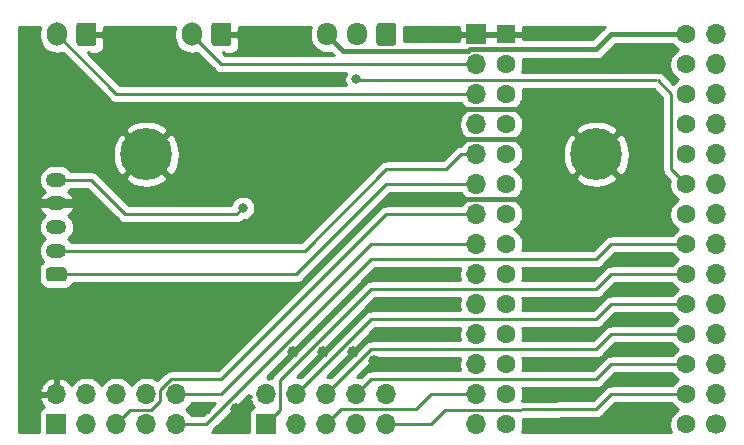
<source format=gbr>
%TF.GenerationSoftware,KiCad,Pcbnew,(5.1.10-1-10_14)*%
%TF.CreationDate,2021-08-23T22:51:27-07:00*%
%TF.ProjectId,town,746f776e-2e6b-4696-9361-645f70636258,rev?*%
%TF.SameCoordinates,Original*%
%TF.FileFunction,Copper,L2,Bot*%
%TF.FilePolarity,Positive*%
%FSLAX46Y46*%
G04 Gerber Fmt 4.6, Leading zero omitted, Abs format (unit mm)*
G04 Created by KiCad (PCBNEW (5.1.10-1-10_14)) date 2021-08-23 22:51:27*
%MOMM*%
%LPD*%
G01*
G04 APERTURE LIST*
%TA.AperFunction,ComponentPad*%
%ADD10C,4.399999*%
%TD*%
%TA.AperFunction,ComponentPad*%
%ADD11R,1.600000X1.600000*%
%TD*%
%TA.AperFunction,ComponentPad*%
%ADD12C,1.600000*%
%TD*%
%TA.AperFunction,ComponentPad*%
%ADD13O,1.700000X1.700000*%
%TD*%
%TA.AperFunction,ComponentPad*%
%ADD14R,1.700000X1.700000*%
%TD*%
%TA.AperFunction,ComponentPad*%
%ADD15O,1.700000X2.000000*%
%TD*%
%TA.AperFunction,ComponentPad*%
%ADD16O,1.700000X1.950000*%
%TD*%
%TA.AperFunction,ComponentPad*%
%ADD17O,1.750000X1.200000*%
%TD*%
%TA.AperFunction,ComponentPad*%
%ADD18C,1.700000*%
%TD*%
%TA.AperFunction,ViaPad*%
%ADD19C,1.000000*%
%TD*%
%TA.AperFunction,ViaPad*%
%ADD20C,0.800000*%
%TD*%
%TA.AperFunction,Conductor*%
%ADD21C,0.400000*%
%TD*%
%TA.AperFunction,Conductor*%
%ADD22C,0.800000*%
%TD*%
%TA.AperFunction,Conductor*%
%ADD23C,0.250000*%
%TD*%
%TA.AperFunction,Conductor*%
%ADD24C,0.254000*%
%TD*%
%TA.AperFunction,Conductor*%
%ADD25C,0.100000*%
%TD*%
G04 APERTURE END LIST*
D10*
%TO.P,M2,1*%
%TO.N,GND*%
X93980000Y-63500000D03*
%TD*%
%TO.P,M1,1*%
%TO.N,GND*%
X55880000Y-63500000D03*
%TD*%
D11*
%TO.P,U1,1*%
%TO.N,GND*%
X86360000Y-53340000D03*
D12*
%TO.P,U1,2*%
%TO.N,/DOOR1*%
X86360000Y-55880000D03*
%TO.P,U1,3*%
%TO.N,/DOOR2*%
X86360000Y-58420000D03*
%TO.P,U1,4*%
%TO.N,/STRIP_LED_EN*%
X86360000Y-60960000D03*
%TO.P,U1,5*%
%TO.N,/CHG*%
X86360000Y-63500000D03*
%TO.P,U1,6*%
%TO.N,/PGOOD*%
X86360000Y-66040000D03*
%TO.P,U1,7*%
%TO.N,/PANEL_LED_DIN*%
X86360000Y-68580000D03*
%TO.P,U1,8*%
%TO.N,/BEEP*%
X86360000Y-71120000D03*
%TO.P,U1,9*%
%TO.N,/LCD_RST*%
X86360000Y-73660000D03*
%TO.P,U1,10*%
%TO.N,/LCD_A0*%
X86360000Y-76200000D03*
%TO.P,U1,11*%
%TO.N,/LCD_CS*%
X86360000Y-78740000D03*
%TO.P,U1,12*%
%TO.N,/SDCARD_CS*%
X86360000Y-81280000D03*
%TO.P,U1,13*%
%TO.N,/MOSI*%
X86360000Y-83820000D03*
%TO.P,U1,33*%
%TO.N,VBUS*%
X101600000Y-53340000D03*
%TO.P,U1,32*%
%TO.N,/AGND*%
X101600000Y-55880000D03*
%TO.P,U1,31*%
%TO.N,/VCC*%
X101600000Y-58420000D03*
%TO.P,U1,30*%
%TO.N,/X_A9*%
X101600000Y-60960000D03*
%TO.P,U1,29*%
%TO.N,/X_A8*%
X101600000Y-63500000D03*
%TO.P,U1,28*%
%TO.N,/STRIP_LED_DIN*%
X101600000Y-66040000D03*
%TO.P,U1,27*%
%TO.N,/BATTMON*%
X101600000Y-68580000D03*
%TO.P,U1,26*%
%TO.N,/BTN_ENC*%
X101600000Y-71120000D03*
%TO.P,U1,25*%
%TO.N,/SW_KILL*%
X101600000Y-73660000D03*
%TO.P,U1,24*%
%TO.N,/SDCARD_CD*%
X101600000Y-76200000D03*
%TO.P,U1,23*%
%TO.N,/BTN_EN2*%
X101600000Y-78740000D03*
%TO.P,U1,22*%
%TO.N,/BTN_EN1*%
X101600000Y-81280000D03*
%TO.P,U1,21*%
%TO.N,/SCK*%
X101600000Y-83820000D03*
%TO.P,U1,14*%
%TO.N,/MISO*%
X86360000Y-86360000D03*
%TO.P,U1,20*%
%TO.N,/X_D13*%
X101600000Y-86360000D03*
%TD*%
D13*
%TO.P,EXP2,10*%
%TO.N,/MISO*%
X76200000Y-83820000D03*
%TO.P,EXP2,9*%
%TO.N,/SCK*%
X76200000Y-86360000D03*
%TO.P,EXP2,8*%
%TO.N,/BTN_EN1*%
X73660000Y-83820000D03*
%TO.P,EXP2,7*%
%TO.N,/SDCARD_CS*%
X73660000Y-86360000D03*
%TO.P,EXP2,6*%
%TO.N,/BTN_EN2*%
X71120000Y-83820000D03*
%TO.P,EXP2,5*%
%TO.N,/MOSI*%
X71120000Y-86360000D03*
%TO.P,EXP2,4*%
%TO.N,/SDCARD_CD*%
X68580000Y-83820000D03*
%TO.P,EXP2,3*%
%TO.N,/SW_RST*%
X68580000Y-86360000D03*
%TO.P,EXP2,2*%
%TO.N,GND*%
X66040000Y-83820000D03*
D14*
%TO.P,EXP2,1*%
%TO.N,/SW_KILL*%
X66040000Y-86360000D03*
%TD*%
D13*
%TO.P,EXP1,10*%
%TO.N,/BEEP*%
X58420000Y-83820000D03*
%TO.P,EXP1,9*%
%TO.N,/BTN_ENC*%
X58420000Y-86360000D03*
%TO.P,EXP1,8*%
%TO.N,/LCD_CS*%
X55880000Y-83820000D03*
%TO.P,EXP1,7*%
%TO.N,/LCD_A0*%
X55880000Y-86360000D03*
%TO.P,EXP1,6*%
%TO.N,/LCD_RST*%
X53340000Y-83820000D03*
%TO.P,EXP1,5*%
%TO.N,/PANEL_LED_DIN*%
X53340000Y-86360000D03*
%TO.P,EXP1,4*%
%TO.N,Net-(EXP1-Pad4)*%
X50800000Y-83820000D03*
%TO.P,EXP1,3*%
%TO.N,Net-(EXP1-Pad3)*%
X50800000Y-86360000D03*
%TO.P,EXP1,2*%
%TO.N,GND*%
X48260000Y-83820000D03*
D14*
%TO.P,EXP1,1*%
%TO.N,VBUS*%
X48260000Y-86360000D03*
%TD*%
D15*
%TO.P,J4,2*%
%TO.N,/DOOR2*%
X48300000Y-53340000D03*
%TO.P,J4,1*%
%TO.N,GND*%
%TA.AperFunction,ComponentPad*%
G36*
G01*
X51650000Y-52590000D02*
X51650000Y-54090000D01*
G75*
G02*
X51400000Y-54340000I-250000J0D01*
G01*
X50200000Y-54340000D01*
G75*
G02*
X49950000Y-54090000I0J250000D01*
G01*
X49950000Y-52590000D01*
G75*
G02*
X50200000Y-52340000I250000J0D01*
G01*
X51400000Y-52340000D01*
G75*
G02*
X51650000Y-52590000I0J-250000D01*
G01*
G37*
%TD.AperFunction*%
%TD*%
%TO.P,J3,2*%
%TO.N,/DOOR1*%
X59730000Y-53340000D03*
%TO.P,J3,1*%
%TO.N,GND*%
%TA.AperFunction,ComponentPad*%
G36*
G01*
X63080000Y-52590000D02*
X63080000Y-54090000D01*
G75*
G02*
X62830000Y-54340000I-250000J0D01*
G01*
X61630000Y-54340000D01*
G75*
G02*
X61380000Y-54090000I0J250000D01*
G01*
X61380000Y-52590000D01*
G75*
G02*
X61630000Y-52340000I250000J0D01*
G01*
X62830000Y-52340000D01*
G75*
G02*
X63080000Y-52590000I0J-250000D01*
G01*
G37*
%TD.AperFunction*%
%TD*%
D16*
%TO.P,J2,3*%
%TO.N,VBUS*%
X71200000Y-53340000D03*
%TO.P,J2,2*%
%TO.N,/STRIP_LED_DIN*%
X73700000Y-53340000D03*
%TO.P,J2,1*%
%TO.N,/STRIP_LED_GND*%
%TA.AperFunction,ComponentPad*%
G36*
G01*
X77050000Y-52615000D02*
X77050000Y-54065000D01*
G75*
G02*
X76800000Y-54315000I-250000J0D01*
G01*
X75600000Y-54315000D01*
G75*
G02*
X75350000Y-54065000I0J250000D01*
G01*
X75350000Y-52615000D01*
G75*
G02*
X75600000Y-52365000I250000J0D01*
G01*
X76800000Y-52365000D01*
G75*
G02*
X77050000Y-52615000I0J-250000D01*
G01*
G37*
%TD.AperFunction*%
%TD*%
D17*
%TO.P,J1,5*%
%TO.N,/VLIPO*%
X48260000Y-65660000D03*
%TO.P,J1,4*%
%TO.N,GND*%
X48260000Y-67660000D03*
%TO.P,J1,3*%
%TO.N,VBUS*%
X48260000Y-69660000D03*
%TO.P,J1,2*%
%TO.N,/CHG*%
X48260000Y-71660000D03*
%TO.P,J1,1*%
%TO.N,/PGOOD*%
%TA.AperFunction,ComponentPad*%
G36*
G01*
X48885001Y-74260000D02*
X47634999Y-74260000D01*
G75*
G02*
X47385000Y-74010001I0J249999D01*
G01*
X47385000Y-73309999D01*
G75*
G02*
X47634999Y-73060000I249999J0D01*
G01*
X48885001Y-73060000D01*
G75*
G02*
X49135000Y-73309999I0J-249999D01*
G01*
X49135000Y-74010001D01*
G75*
G02*
X48885001Y-74260000I-249999J0D01*
G01*
G37*
%TD.AperFunction*%
%TD*%
D13*
%TO.P,H2,14*%
%TO.N,VBUS*%
X104140000Y-53340000D03*
%TO.P,H2,13*%
%TO.N,/AGND*%
X104140000Y-55880000D03*
%TO.P,H2,12*%
%TO.N,/VCC*%
X104140000Y-58420000D03*
%TO.P,H2,11*%
%TO.N,/X_A9*%
X104140000Y-60960000D03*
%TO.P,H2,10*%
%TO.N,/X_A8*%
X104140000Y-63500000D03*
%TO.P,H2,9*%
%TO.N,/STRIP_LED_DIN*%
X104140000Y-66040000D03*
%TO.P,H2,8*%
%TO.N,/BATTMON*%
X104140000Y-68580000D03*
%TO.P,H2,7*%
%TO.N,/BTN_ENC*%
X104140000Y-71120000D03*
%TO.P,H2,6*%
%TO.N,/SW_KILL*%
X104140000Y-73660000D03*
%TO.P,H2,5*%
%TO.N,/SDCARD_CD*%
X104140000Y-76200000D03*
%TO.P,H2,4*%
%TO.N,/BTN_EN2*%
X104140000Y-78740000D03*
%TO.P,H2,3*%
%TO.N,/BTN_EN1*%
X104140000Y-81280000D03*
%TO.P,H2,2*%
%TO.N,/SCK*%
X104140000Y-83820000D03*
D18*
%TO.P,H2,1*%
%TO.N,/X_D13*%
X104140000Y-86360000D03*
%TD*%
D13*
%TO.P,H1,14*%
%TO.N,/MISO*%
X83820000Y-86360000D03*
%TO.P,H1,13*%
%TO.N,/MOSI*%
X83820000Y-83820000D03*
%TO.P,H1,12*%
%TO.N,/SDCARD_CS*%
X83820000Y-81280000D03*
%TO.P,H1,11*%
%TO.N,/LCD_CS*%
X83820000Y-78740000D03*
%TO.P,H1,10*%
%TO.N,/LCD_A0*%
X83820000Y-76200000D03*
%TO.P,H1,9*%
%TO.N,/LCD_RST*%
X83820000Y-73660000D03*
%TO.P,H1,8*%
%TO.N,/BEEP*%
X83820000Y-71120000D03*
%TO.P,H1,7*%
%TO.N,/PANEL_LED_DIN*%
X83820000Y-68580000D03*
%TO.P,H1,6*%
%TO.N,/PGOOD*%
X83820000Y-66040000D03*
%TO.P,H1,5*%
%TO.N,/CHG*%
X83820000Y-63500000D03*
%TO.P,H1,4*%
%TO.N,/STRIP_LED_EN*%
X83820000Y-60960000D03*
%TO.P,H1,3*%
%TO.N,/DOOR2*%
X83820000Y-58420000D03*
%TO.P,H1,2*%
%TO.N,/DOOR1*%
X83820000Y-55880000D03*
D14*
%TO.P,H1,1*%
%TO.N,GND*%
X83820000Y-53340000D03*
%TD*%
D19*
%TO.N,GND*%
X69850000Y-66040000D03*
X81280000Y-62230000D03*
X69850000Y-61595000D03*
X81280000Y-59690000D03*
X81280000Y-67310000D03*
X97790000Y-55880000D03*
X91440000Y-71120000D03*
X97790000Y-69850000D03*
X97790000Y-72390000D03*
X91440000Y-73660000D03*
X91440000Y-76200000D03*
X97790000Y-74930000D03*
X97790000Y-77470000D03*
X91440000Y-78740000D03*
X91440000Y-81280000D03*
X97790000Y-80010000D03*
X91440000Y-83820000D03*
X97790000Y-82550000D03*
X97790000Y-85090000D03*
X91440000Y-86360000D03*
X62230000Y-80010000D03*
X60960000Y-81280000D03*
X50800000Y-80010000D03*
X57150000Y-74930000D03*
X66040000Y-53340000D03*
X54610000Y-53340000D03*
X80010000Y-53340000D03*
X91440000Y-53340000D03*
X69850000Y-57150000D03*
X97790000Y-58420000D03*
X91440000Y-58420000D03*
X45720000Y-86360000D03*
X45720000Y-53340000D03*
X75184000Y-81026000D03*
X70866000Y-80264000D03*
X68326000Y-80264000D03*
X63500000Y-85090000D03*
X60960000Y-85090000D03*
X63500000Y-66040000D03*
X73406000Y-80264000D03*
X91440000Y-55880000D03*
X89535000Y-62230000D03*
X89535000Y-67310000D03*
X89535000Y-59690000D03*
X69850000Y-62865000D03*
D20*
%TO.N,/STRIP_LED_DIN*%
X73660000Y-57150000D03*
%TO.N,/VLIPO*%
X64055000Y-68025000D03*
%TD*%
D21*
%TO.N,GND*%
X81280000Y-62230000D02*
X89535000Y-62230000D01*
X81280000Y-59690000D02*
X89535000Y-59690000D01*
X81280000Y-67310000D02*
X89535000Y-67310000D01*
D22*
X48260000Y-67660000D02*
X50165000Y-67660000D01*
X48260000Y-67660000D02*
X46355000Y-67660000D01*
D23*
%TO.N,/BEEP*%
X62230000Y-83820000D02*
X58420000Y-83820000D01*
X74930000Y-71120000D02*
X62230000Y-83820000D01*
X83820000Y-71120000D02*
X74930000Y-71120000D01*
%TO.N,/BTN_ENC*%
X101600000Y-71120000D02*
X95250000Y-71120000D01*
X95250000Y-71120000D02*
X93980000Y-72390000D01*
X60960000Y-86360000D02*
X58420000Y-86360000D01*
X74930000Y-72390000D02*
X60960000Y-86360000D01*
X93980000Y-72390000D02*
X74930000Y-72390000D01*
%TO.N,/PANEL_LED_DIN*%
X54515001Y-85184999D02*
X53340000Y-86360000D01*
X57055001Y-84384001D02*
X56254003Y-85184999D01*
X57950998Y-82550000D02*
X57055001Y-83445997D01*
X57055001Y-83445997D02*
X57055001Y-84384001D01*
X62230000Y-82550000D02*
X57950998Y-82550000D01*
X76200000Y-68580000D02*
X62230000Y-82550000D01*
X56254003Y-85184999D02*
X54515001Y-85184999D01*
X83820000Y-68580000D02*
X76200000Y-68580000D01*
%TO.N,/SCK*%
X80010000Y-86360000D02*
X76200000Y-86360000D01*
X80010000Y-86360000D02*
X78740000Y-86360000D01*
X81185001Y-85184999D02*
X80010000Y-86360000D01*
X93980000Y-85090000D02*
X81185001Y-85184999D01*
X95250000Y-83820000D02*
X93980000Y-85090000D01*
X101600000Y-83820000D02*
X95250000Y-83820000D01*
%TO.N,/BTN_EN1*%
X95250000Y-81280000D02*
X101600000Y-81280000D01*
X93980000Y-82550000D02*
X95250000Y-81280000D01*
X74930000Y-82550000D02*
X93980000Y-82550000D01*
X73660000Y-83820000D02*
X74930000Y-82550000D01*
%TO.N,/BTN_EN2*%
X95250000Y-78740000D02*
X101600000Y-78740000D01*
X93980000Y-80010000D02*
X95250000Y-78740000D01*
X74930000Y-80010000D02*
X93980000Y-80010000D01*
X71120000Y-83820000D02*
X74930000Y-80010000D01*
%TO.N,/MOSI*%
X72390000Y-85090000D02*
X71120000Y-86360000D01*
X78740000Y-85090000D02*
X72390000Y-85090000D01*
X80010000Y-83820000D02*
X78740000Y-85090000D01*
X83820000Y-83820000D02*
X80010000Y-83820000D01*
%TO.N,/SDCARD_CD*%
X101600000Y-76200000D02*
X95250000Y-76200000D01*
X95250000Y-76200000D02*
X93980000Y-77470000D01*
X74930000Y-77470000D02*
X68580000Y-83820000D01*
X93980000Y-77470000D02*
X74930000Y-77470000D01*
%TO.N,/SW_KILL*%
X101600000Y-73660000D02*
X95250000Y-73660000D01*
X95250000Y-73660000D02*
X93980000Y-74930000D01*
X67215001Y-85184999D02*
X66040000Y-86360000D01*
X67215001Y-82644999D02*
X67215001Y-85184999D01*
X74930000Y-74930000D02*
X67215001Y-82644999D01*
X93980000Y-74930000D02*
X74930000Y-74930000D01*
%TO.N,/STRIP_LED_DIN*%
X100330000Y-64770000D02*
X101600000Y-66040000D01*
X100330000Y-58420000D02*
X100330000Y-64770000D01*
X99154999Y-57244999D02*
X100330000Y-58420000D01*
X73754999Y-57244999D02*
X99060000Y-57244999D01*
X73660000Y-57150000D02*
X73754999Y-57244999D01*
%TO.N,/DOOR2*%
X48260000Y-53340000D02*
X48260000Y-53380000D01*
X48300000Y-53340000D02*
X48300000Y-53380000D01*
X53340000Y-58420000D02*
X48300000Y-53340000D01*
X83820000Y-58420000D02*
X53340000Y-58420000D01*
%TO.N,/DOOR1*%
X62230000Y-55880000D02*
X59690000Y-53340000D01*
X83820000Y-55880000D02*
X62230000Y-55880000D01*
%TO.N,/CHG*%
X83820000Y-63500000D02*
X82550000Y-63500000D01*
X82550000Y-63500000D02*
X81280000Y-64770000D01*
X81280000Y-64770000D02*
X76200000Y-64770000D01*
X69310000Y-71660000D02*
X48260000Y-71660000D01*
X76200000Y-64770000D02*
X69310000Y-71660000D01*
%TO.N,/PGOOD*%
X76200000Y-66040000D02*
X83820000Y-66040000D01*
X68580000Y-73660000D02*
X76200000Y-66040000D01*
X48260000Y-73660000D02*
X68580000Y-73660000D01*
%TO.N,/VLIPO*%
X63500000Y-68580000D02*
X64055000Y-68025000D01*
X51180000Y-65660000D02*
X54100000Y-68580000D01*
X48260000Y-65660000D02*
X51180000Y-65660000D01*
X54100000Y-68580000D02*
X63500000Y-68580000D01*
D21*
%TO.N,VBUS*%
X95250000Y-53340000D02*
X101600000Y-53340000D01*
X93980000Y-54610000D02*
X95250000Y-53340000D01*
X72495010Y-54715010D02*
X83134988Y-54715010D01*
X71200000Y-53420000D02*
X72495010Y-54715010D01*
X83239998Y-54610000D02*
X93980000Y-54610000D01*
X83134988Y-54715010D02*
X83239998Y-54610000D01*
X71200000Y-53340000D02*
X71200000Y-53420000D01*
%TD*%
D24*
%TO.N,GND*%
X64555000Y-83947002D02*
X64719185Y-83947002D01*
X64598519Y-84176891D01*
X64695843Y-84451252D01*
X64844822Y-84701355D01*
X65021626Y-84897502D01*
X64945820Y-84920498D01*
X64835506Y-84979463D01*
X64738815Y-85058815D01*
X64659463Y-85155506D01*
X64600498Y-85265820D01*
X64564188Y-85385518D01*
X64551928Y-85510000D01*
X64551928Y-86970000D01*
X61414707Y-86970000D01*
X61500001Y-86900001D01*
X61523804Y-86870997D01*
X64555000Y-83839801D01*
X64555000Y-83947002D01*
%TA.AperFunction,Conductor*%
D25*
G36*
X64555000Y-83947002D02*
G01*
X64719185Y-83947002D01*
X64598519Y-84176891D01*
X64695843Y-84451252D01*
X64844822Y-84701355D01*
X65021626Y-84897502D01*
X64945820Y-84920498D01*
X64835506Y-84979463D01*
X64738815Y-85058815D01*
X64659463Y-85155506D01*
X64600498Y-85265820D01*
X64564188Y-85385518D01*
X64551928Y-85510000D01*
X64551928Y-86970000D01*
X61414707Y-86970000D01*
X61500001Y-86900001D01*
X61523804Y-86870997D01*
X64555000Y-83839801D01*
X64555000Y-83947002D01*
G37*
%TD.AperFunction*%
D24*
X100485363Y-84734759D02*
X100685241Y-84934637D01*
X100917759Y-85090000D01*
X100685241Y-85245363D01*
X100485363Y-85445241D01*
X100328320Y-85680273D01*
X100220147Y-85941426D01*
X100165000Y-86218665D01*
X100165000Y-86501335D01*
X100220147Y-86778574D01*
X100299438Y-86970000D01*
X87660562Y-86970000D01*
X87739853Y-86778574D01*
X87795000Y-86501335D01*
X87795000Y-86218665D01*
X87739853Y-85941426D01*
X87721240Y-85896490D01*
X93945483Y-85850276D01*
X93980000Y-85853676D01*
X94020145Y-85849722D01*
X94022974Y-85849701D01*
X94057349Y-85846058D01*
X94128985Y-85839002D01*
X94131706Y-85838177D01*
X94134543Y-85837876D01*
X94203348Y-85816445D01*
X94272246Y-85795546D01*
X94274760Y-85794202D01*
X94277477Y-85793356D01*
X94340717Y-85758947D01*
X94404276Y-85724974D01*
X94406478Y-85723167D01*
X94408979Y-85721806D01*
X94464313Y-85675702D01*
X94491002Y-85653799D01*
X94493002Y-85651799D01*
X94523995Y-85625976D01*
X94545798Y-85599003D01*
X95564802Y-84580000D01*
X100381957Y-84580000D01*
X100485363Y-84734759D01*
%TA.AperFunction,Conductor*%
D25*
G36*
X100485363Y-84734759D02*
G01*
X100685241Y-84934637D01*
X100917759Y-85090000D01*
X100685241Y-85245363D01*
X100485363Y-85445241D01*
X100328320Y-85680273D01*
X100220147Y-85941426D01*
X100165000Y-86218665D01*
X100165000Y-86501335D01*
X100220147Y-86778574D01*
X100299438Y-86970000D01*
X87660562Y-86970000D01*
X87739853Y-86778574D01*
X87795000Y-86501335D01*
X87795000Y-86218665D01*
X87739853Y-85941426D01*
X87721240Y-85896490D01*
X93945483Y-85850276D01*
X93980000Y-85853676D01*
X94020145Y-85849722D01*
X94022974Y-85849701D01*
X94057349Y-85846058D01*
X94128985Y-85839002D01*
X94131706Y-85838177D01*
X94134543Y-85837876D01*
X94203348Y-85816445D01*
X94272246Y-85795546D01*
X94274760Y-85794202D01*
X94277477Y-85793356D01*
X94340717Y-85758947D01*
X94404276Y-85724974D01*
X94406478Y-85723167D01*
X94408979Y-85721806D01*
X94464313Y-85675702D01*
X94491002Y-85653799D01*
X94493002Y-85651799D01*
X94523995Y-85625976D01*
X94545798Y-85599003D01*
X95564802Y-84580000D01*
X100381957Y-84580000D01*
X100485363Y-84734759D01*
G37*
%TD.AperFunction*%
D24*
X46836487Y-52898889D02*
X46815000Y-53117050D01*
X46815000Y-53562949D01*
X46836487Y-53781110D01*
X46921401Y-54061033D01*
X47059294Y-54319013D01*
X47244866Y-54545134D01*
X47470986Y-54730706D01*
X47728966Y-54868599D01*
X48008889Y-54953513D01*
X48300000Y-54982185D01*
X48591110Y-54953513D01*
X48774913Y-54897757D01*
X52775244Y-58929838D01*
X52799999Y-58960001D01*
X52856704Y-59006537D01*
X52913217Y-59053292D01*
X52914553Y-59054013D01*
X52915724Y-59054974D01*
X52980448Y-59089570D01*
X53044967Y-59124385D01*
X53046414Y-59124830D01*
X53047753Y-59125546D01*
X53118050Y-59146870D01*
X53188055Y-59168408D01*
X53189562Y-59168562D01*
X53191014Y-59169003D01*
X53264050Y-59176196D01*
X53336981Y-59183671D01*
X53375826Y-59180000D01*
X82541822Y-59180000D01*
X82666525Y-59366632D01*
X82873368Y-59573475D01*
X83047760Y-59690000D01*
X82873368Y-59806525D01*
X82666525Y-60013368D01*
X82504010Y-60256589D01*
X82392068Y-60526842D01*
X82335000Y-60813740D01*
X82335000Y-61106260D01*
X82392068Y-61393158D01*
X82504010Y-61663411D01*
X82666525Y-61906632D01*
X82873368Y-62113475D01*
X83047760Y-62230000D01*
X82873368Y-62346525D01*
X82666525Y-62553368D01*
X82543875Y-62736927D01*
X82512676Y-62740000D01*
X82512667Y-62740000D01*
X82401014Y-62750997D01*
X82257753Y-62794454D01*
X82125724Y-62865026D01*
X82009999Y-62959999D01*
X81986201Y-62988997D01*
X80965199Y-64010000D01*
X76237322Y-64010000D01*
X76199999Y-64006324D01*
X76162676Y-64010000D01*
X76162667Y-64010000D01*
X76051014Y-64020997D01*
X75907753Y-64064454D01*
X75775724Y-64135026D01*
X75775722Y-64135027D01*
X75775723Y-64135027D01*
X75688996Y-64206201D01*
X75688992Y-64206205D01*
X75659999Y-64229999D01*
X75636205Y-64258992D01*
X68995199Y-70900000D01*
X49508933Y-70900000D01*
X49412502Y-70782498D01*
X49263238Y-70660000D01*
X49412502Y-70537502D01*
X49566833Y-70349449D01*
X49681511Y-70134901D01*
X49752130Y-69902102D01*
X49775975Y-69660000D01*
X49752130Y-69417898D01*
X49681511Y-69185099D01*
X49566833Y-68970551D01*
X49412502Y-68782498D01*
X49262652Y-68659519D01*
X49326725Y-68616307D01*
X49498078Y-68443474D01*
X49632421Y-68240533D01*
X49724591Y-68015282D01*
X49728462Y-67977609D01*
X49603731Y-67787000D01*
X48387000Y-67787000D01*
X48387000Y-67807000D01*
X48133000Y-67807000D01*
X48133000Y-67787000D01*
X46916269Y-67787000D01*
X46791538Y-67977609D01*
X46795409Y-68015282D01*
X46887579Y-68240533D01*
X47021922Y-68443474D01*
X47193275Y-68616307D01*
X47257348Y-68659519D01*
X47107498Y-68782498D01*
X46953167Y-68970551D01*
X46838489Y-69185099D01*
X46767870Y-69417898D01*
X46744025Y-69660000D01*
X46767870Y-69902102D01*
X46838489Y-70134901D01*
X46953167Y-70349449D01*
X47107498Y-70537502D01*
X47256762Y-70660000D01*
X47107498Y-70782498D01*
X46953167Y-70970551D01*
X46838489Y-71185099D01*
X46767870Y-71417898D01*
X46744025Y-71660000D01*
X46767870Y-71902102D01*
X46838489Y-72134901D01*
X46953167Y-72349449D01*
X47107498Y-72537502D01*
X47146111Y-72569191D01*
X47141613Y-72571595D01*
X47007038Y-72682038D01*
X46896595Y-72816613D01*
X46814528Y-72970149D01*
X46763992Y-73136745D01*
X46746928Y-73309999D01*
X46746928Y-74010001D01*
X46763992Y-74183255D01*
X46814528Y-74349851D01*
X46896595Y-74503387D01*
X47007038Y-74637962D01*
X47141613Y-74748405D01*
X47295149Y-74830472D01*
X47461745Y-74881008D01*
X47634999Y-74898072D01*
X48885001Y-74898072D01*
X49058255Y-74881008D01*
X49224851Y-74830472D01*
X49378387Y-74748405D01*
X49512962Y-74637962D01*
X49623405Y-74503387D01*
X49667976Y-74420000D01*
X68542678Y-74420000D01*
X68580000Y-74423676D01*
X68617322Y-74420000D01*
X68617333Y-74420000D01*
X68728986Y-74409003D01*
X68872247Y-74365546D01*
X69004276Y-74294974D01*
X69120001Y-74200001D01*
X69143804Y-74170997D01*
X76514802Y-66800000D01*
X82541822Y-66800000D01*
X82666525Y-66986632D01*
X82873368Y-67193475D01*
X83047760Y-67310000D01*
X82873368Y-67426525D01*
X82666525Y-67633368D01*
X82541822Y-67820000D01*
X76237322Y-67820000D01*
X76199999Y-67816324D01*
X76162676Y-67820000D01*
X76162667Y-67820000D01*
X76051014Y-67830997D01*
X75907753Y-67874454D01*
X75775724Y-67945026D01*
X75775722Y-67945027D01*
X75775723Y-67945027D01*
X75688996Y-68016201D01*
X75688992Y-68016205D01*
X75659999Y-68039999D01*
X75636205Y-68068992D01*
X61915199Y-81790000D01*
X57988320Y-81790000D01*
X57950997Y-81786324D01*
X57913674Y-81790000D01*
X57913665Y-81790000D01*
X57802012Y-81800997D01*
X57658751Y-81844454D01*
X57526721Y-81915026D01*
X57443395Y-81983411D01*
X57410997Y-82009999D01*
X57387199Y-82038997D01*
X56786492Y-82639704D01*
X56583411Y-82504010D01*
X56313158Y-82392068D01*
X56026260Y-82335000D01*
X55733740Y-82335000D01*
X55446842Y-82392068D01*
X55176589Y-82504010D01*
X54933368Y-82666525D01*
X54726525Y-82873368D01*
X54610000Y-83047760D01*
X54493475Y-82873368D01*
X54286632Y-82666525D01*
X54043411Y-82504010D01*
X53773158Y-82392068D01*
X53486260Y-82335000D01*
X53193740Y-82335000D01*
X52906842Y-82392068D01*
X52636589Y-82504010D01*
X52393368Y-82666525D01*
X52186525Y-82873368D01*
X52070000Y-83047760D01*
X51953475Y-82873368D01*
X51746632Y-82666525D01*
X51503411Y-82504010D01*
X51233158Y-82392068D01*
X50946260Y-82335000D01*
X50653740Y-82335000D01*
X50366842Y-82392068D01*
X50096589Y-82504010D01*
X49853368Y-82666525D01*
X49646525Y-82873368D01*
X49524805Y-83055534D01*
X49455178Y-82938645D01*
X49260269Y-82722412D01*
X49026920Y-82548359D01*
X48764099Y-82423175D01*
X48616890Y-82378524D01*
X48387000Y-82499845D01*
X48387000Y-83693000D01*
X48407000Y-83693000D01*
X48407000Y-83947000D01*
X48387000Y-83947000D01*
X48387000Y-83967000D01*
X48133000Y-83967000D01*
X48133000Y-83947000D01*
X46939186Y-83947000D01*
X46818519Y-84176891D01*
X46915843Y-84451252D01*
X47064822Y-84701355D01*
X47241626Y-84897502D01*
X47165820Y-84920498D01*
X47055506Y-84979463D01*
X46958815Y-85058815D01*
X46879463Y-85155506D01*
X46820498Y-85265820D01*
X46784188Y-85385518D01*
X46771928Y-85510000D01*
X46771928Y-86970000D01*
X45110000Y-86970000D01*
X45110000Y-83463109D01*
X46818519Y-83463109D01*
X46939186Y-83693000D01*
X48133000Y-83693000D01*
X48133000Y-82499845D01*
X47903110Y-82378524D01*
X47755901Y-82423175D01*
X47493080Y-82548359D01*
X47259731Y-82722412D01*
X47064822Y-82938645D01*
X46915843Y-83188748D01*
X46818519Y-83463109D01*
X45110000Y-83463109D01*
X45110000Y-65660000D01*
X46744025Y-65660000D01*
X46767870Y-65902102D01*
X46838489Y-66134901D01*
X46953167Y-66349449D01*
X47107498Y-66537502D01*
X47257348Y-66660481D01*
X47193275Y-66703693D01*
X47021922Y-66876526D01*
X46887579Y-67079467D01*
X46795409Y-67304718D01*
X46791538Y-67342391D01*
X46916269Y-67533000D01*
X48133000Y-67533000D01*
X48133000Y-67513000D01*
X48387000Y-67513000D01*
X48387000Y-67533000D01*
X49603731Y-67533000D01*
X49728462Y-67342391D01*
X49724591Y-67304718D01*
X49632421Y-67079467D01*
X49498078Y-66876526D01*
X49326725Y-66703693D01*
X49262652Y-66660481D01*
X49412502Y-66537502D01*
X49508933Y-66420000D01*
X50865199Y-66420000D01*
X53536201Y-69091003D01*
X53559999Y-69120001D01*
X53588997Y-69143799D01*
X53675724Y-69214974D01*
X53807753Y-69285546D01*
X53951014Y-69329003D01*
X54100000Y-69343677D01*
X54137333Y-69340000D01*
X63462678Y-69340000D01*
X63500000Y-69343676D01*
X63537322Y-69340000D01*
X63537333Y-69340000D01*
X63648986Y-69329003D01*
X63792247Y-69285546D01*
X63924276Y-69214974D01*
X64040001Y-69120001D01*
X64063803Y-69090998D01*
X64094801Y-69060000D01*
X64156939Y-69060000D01*
X64356898Y-69020226D01*
X64545256Y-68942205D01*
X64714774Y-68828937D01*
X64858937Y-68684774D01*
X64972205Y-68515256D01*
X65050226Y-68326898D01*
X65090000Y-68126939D01*
X65090000Y-67923061D01*
X65050226Y-67723102D01*
X64972205Y-67534744D01*
X64858937Y-67365226D01*
X64714774Y-67221063D01*
X64545256Y-67107795D01*
X64356898Y-67029774D01*
X64156939Y-66990000D01*
X63953061Y-66990000D01*
X63753102Y-67029774D01*
X63564744Y-67107795D01*
X63395226Y-67221063D01*
X63251063Y-67365226D01*
X63137795Y-67534744D01*
X63059774Y-67723102D01*
X63040500Y-67820000D01*
X54414802Y-67820000D01*
X52084576Y-65489774D01*
X54069831Y-65489774D01*
X54309977Y-65877017D01*
X54803877Y-66137640D01*
X55339132Y-66296899D01*
X55895173Y-66348676D01*
X56450630Y-66290979D01*
X56984159Y-66126027D01*
X57450023Y-65877017D01*
X57690169Y-65489774D01*
X55880000Y-63679605D01*
X54069831Y-65489774D01*
X52084576Y-65489774D01*
X51743804Y-65149003D01*
X51720001Y-65119999D01*
X51604276Y-65025026D01*
X51472247Y-64954454D01*
X51328986Y-64910997D01*
X51217333Y-64900000D01*
X51217322Y-64900000D01*
X51180000Y-64896324D01*
X51142678Y-64900000D01*
X49508933Y-64900000D01*
X49412502Y-64782498D01*
X49224449Y-64628167D01*
X49009901Y-64513489D01*
X48777102Y-64442870D01*
X48595665Y-64425000D01*
X47924335Y-64425000D01*
X47742898Y-64442870D01*
X47510099Y-64513489D01*
X47295551Y-64628167D01*
X47107498Y-64782498D01*
X46953167Y-64970551D01*
X46838489Y-65185099D01*
X46767870Y-65417898D01*
X46744025Y-65660000D01*
X45110000Y-65660000D01*
X45110000Y-63515173D01*
X53031324Y-63515173D01*
X53089021Y-64070630D01*
X53253973Y-64604159D01*
X53502983Y-65070023D01*
X53890226Y-65310169D01*
X55700395Y-63500000D01*
X56059605Y-63500000D01*
X57869774Y-65310169D01*
X58257017Y-65070023D01*
X58517640Y-64576123D01*
X58676899Y-64040868D01*
X58728676Y-63484827D01*
X58670979Y-62929370D01*
X58506027Y-62395841D01*
X58257017Y-61929977D01*
X57869774Y-61689831D01*
X56059605Y-63500000D01*
X55700395Y-63500000D01*
X53890226Y-61689831D01*
X53502983Y-61929977D01*
X53242360Y-62423877D01*
X53083101Y-62959132D01*
X53031324Y-63515173D01*
X45110000Y-63515173D01*
X45110000Y-61510226D01*
X54069831Y-61510226D01*
X55880000Y-63320395D01*
X57690169Y-61510226D01*
X57450023Y-61122983D01*
X56956123Y-60862360D01*
X56420868Y-60703101D01*
X55864827Y-60651324D01*
X55309370Y-60709021D01*
X54775841Y-60873973D01*
X54309977Y-61122983D01*
X54069831Y-61510226D01*
X45110000Y-61510226D01*
X45110000Y-52730000D01*
X46887719Y-52730000D01*
X46836487Y-52898889D01*
%TA.AperFunction,Conductor*%
D25*
G36*
X46836487Y-52898889D02*
G01*
X46815000Y-53117050D01*
X46815000Y-53562949D01*
X46836487Y-53781110D01*
X46921401Y-54061033D01*
X47059294Y-54319013D01*
X47244866Y-54545134D01*
X47470986Y-54730706D01*
X47728966Y-54868599D01*
X48008889Y-54953513D01*
X48300000Y-54982185D01*
X48591110Y-54953513D01*
X48774913Y-54897757D01*
X52775244Y-58929838D01*
X52799999Y-58960001D01*
X52856704Y-59006537D01*
X52913217Y-59053292D01*
X52914553Y-59054013D01*
X52915724Y-59054974D01*
X52980448Y-59089570D01*
X53044967Y-59124385D01*
X53046414Y-59124830D01*
X53047753Y-59125546D01*
X53118050Y-59146870D01*
X53188055Y-59168408D01*
X53189562Y-59168562D01*
X53191014Y-59169003D01*
X53264050Y-59176196D01*
X53336981Y-59183671D01*
X53375826Y-59180000D01*
X82541822Y-59180000D01*
X82666525Y-59366632D01*
X82873368Y-59573475D01*
X83047760Y-59690000D01*
X82873368Y-59806525D01*
X82666525Y-60013368D01*
X82504010Y-60256589D01*
X82392068Y-60526842D01*
X82335000Y-60813740D01*
X82335000Y-61106260D01*
X82392068Y-61393158D01*
X82504010Y-61663411D01*
X82666525Y-61906632D01*
X82873368Y-62113475D01*
X83047760Y-62230000D01*
X82873368Y-62346525D01*
X82666525Y-62553368D01*
X82543875Y-62736927D01*
X82512676Y-62740000D01*
X82512667Y-62740000D01*
X82401014Y-62750997D01*
X82257753Y-62794454D01*
X82125724Y-62865026D01*
X82009999Y-62959999D01*
X81986201Y-62988997D01*
X80965199Y-64010000D01*
X76237322Y-64010000D01*
X76199999Y-64006324D01*
X76162676Y-64010000D01*
X76162667Y-64010000D01*
X76051014Y-64020997D01*
X75907753Y-64064454D01*
X75775724Y-64135026D01*
X75775722Y-64135027D01*
X75775723Y-64135027D01*
X75688996Y-64206201D01*
X75688992Y-64206205D01*
X75659999Y-64229999D01*
X75636205Y-64258992D01*
X68995199Y-70900000D01*
X49508933Y-70900000D01*
X49412502Y-70782498D01*
X49263238Y-70660000D01*
X49412502Y-70537502D01*
X49566833Y-70349449D01*
X49681511Y-70134901D01*
X49752130Y-69902102D01*
X49775975Y-69660000D01*
X49752130Y-69417898D01*
X49681511Y-69185099D01*
X49566833Y-68970551D01*
X49412502Y-68782498D01*
X49262652Y-68659519D01*
X49326725Y-68616307D01*
X49498078Y-68443474D01*
X49632421Y-68240533D01*
X49724591Y-68015282D01*
X49728462Y-67977609D01*
X49603731Y-67787000D01*
X48387000Y-67787000D01*
X48387000Y-67807000D01*
X48133000Y-67807000D01*
X48133000Y-67787000D01*
X46916269Y-67787000D01*
X46791538Y-67977609D01*
X46795409Y-68015282D01*
X46887579Y-68240533D01*
X47021922Y-68443474D01*
X47193275Y-68616307D01*
X47257348Y-68659519D01*
X47107498Y-68782498D01*
X46953167Y-68970551D01*
X46838489Y-69185099D01*
X46767870Y-69417898D01*
X46744025Y-69660000D01*
X46767870Y-69902102D01*
X46838489Y-70134901D01*
X46953167Y-70349449D01*
X47107498Y-70537502D01*
X47256762Y-70660000D01*
X47107498Y-70782498D01*
X46953167Y-70970551D01*
X46838489Y-71185099D01*
X46767870Y-71417898D01*
X46744025Y-71660000D01*
X46767870Y-71902102D01*
X46838489Y-72134901D01*
X46953167Y-72349449D01*
X47107498Y-72537502D01*
X47146111Y-72569191D01*
X47141613Y-72571595D01*
X47007038Y-72682038D01*
X46896595Y-72816613D01*
X46814528Y-72970149D01*
X46763992Y-73136745D01*
X46746928Y-73309999D01*
X46746928Y-74010001D01*
X46763992Y-74183255D01*
X46814528Y-74349851D01*
X46896595Y-74503387D01*
X47007038Y-74637962D01*
X47141613Y-74748405D01*
X47295149Y-74830472D01*
X47461745Y-74881008D01*
X47634999Y-74898072D01*
X48885001Y-74898072D01*
X49058255Y-74881008D01*
X49224851Y-74830472D01*
X49378387Y-74748405D01*
X49512962Y-74637962D01*
X49623405Y-74503387D01*
X49667976Y-74420000D01*
X68542678Y-74420000D01*
X68580000Y-74423676D01*
X68617322Y-74420000D01*
X68617333Y-74420000D01*
X68728986Y-74409003D01*
X68872247Y-74365546D01*
X69004276Y-74294974D01*
X69120001Y-74200001D01*
X69143804Y-74170997D01*
X76514802Y-66800000D01*
X82541822Y-66800000D01*
X82666525Y-66986632D01*
X82873368Y-67193475D01*
X83047760Y-67310000D01*
X82873368Y-67426525D01*
X82666525Y-67633368D01*
X82541822Y-67820000D01*
X76237322Y-67820000D01*
X76199999Y-67816324D01*
X76162676Y-67820000D01*
X76162667Y-67820000D01*
X76051014Y-67830997D01*
X75907753Y-67874454D01*
X75775724Y-67945026D01*
X75775722Y-67945027D01*
X75775723Y-67945027D01*
X75688996Y-68016201D01*
X75688992Y-68016205D01*
X75659999Y-68039999D01*
X75636205Y-68068992D01*
X61915199Y-81790000D01*
X57988320Y-81790000D01*
X57950997Y-81786324D01*
X57913674Y-81790000D01*
X57913665Y-81790000D01*
X57802012Y-81800997D01*
X57658751Y-81844454D01*
X57526721Y-81915026D01*
X57443395Y-81983411D01*
X57410997Y-82009999D01*
X57387199Y-82038997D01*
X56786492Y-82639704D01*
X56583411Y-82504010D01*
X56313158Y-82392068D01*
X56026260Y-82335000D01*
X55733740Y-82335000D01*
X55446842Y-82392068D01*
X55176589Y-82504010D01*
X54933368Y-82666525D01*
X54726525Y-82873368D01*
X54610000Y-83047760D01*
X54493475Y-82873368D01*
X54286632Y-82666525D01*
X54043411Y-82504010D01*
X53773158Y-82392068D01*
X53486260Y-82335000D01*
X53193740Y-82335000D01*
X52906842Y-82392068D01*
X52636589Y-82504010D01*
X52393368Y-82666525D01*
X52186525Y-82873368D01*
X52070000Y-83047760D01*
X51953475Y-82873368D01*
X51746632Y-82666525D01*
X51503411Y-82504010D01*
X51233158Y-82392068D01*
X50946260Y-82335000D01*
X50653740Y-82335000D01*
X50366842Y-82392068D01*
X50096589Y-82504010D01*
X49853368Y-82666525D01*
X49646525Y-82873368D01*
X49524805Y-83055534D01*
X49455178Y-82938645D01*
X49260269Y-82722412D01*
X49026920Y-82548359D01*
X48764099Y-82423175D01*
X48616890Y-82378524D01*
X48387000Y-82499845D01*
X48387000Y-83693000D01*
X48407000Y-83693000D01*
X48407000Y-83947000D01*
X48387000Y-83947000D01*
X48387000Y-83967000D01*
X48133000Y-83967000D01*
X48133000Y-83947000D01*
X46939186Y-83947000D01*
X46818519Y-84176891D01*
X46915843Y-84451252D01*
X47064822Y-84701355D01*
X47241626Y-84897502D01*
X47165820Y-84920498D01*
X47055506Y-84979463D01*
X46958815Y-85058815D01*
X46879463Y-85155506D01*
X46820498Y-85265820D01*
X46784188Y-85385518D01*
X46771928Y-85510000D01*
X46771928Y-86970000D01*
X45110000Y-86970000D01*
X45110000Y-83463109D01*
X46818519Y-83463109D01*
X46939186Y-83693000D01*
X48133000Y-83693000D01*
X48133000Y-82499845D01*
X47903110Y-82378524D01*
X47755901Y-82423175D01*
X47493080Y-82548359D01*
X47259731Y-82722412D01*
X47064822Y-82938645D01*
X46915843Y-83188748D01*
X46818519Y-83463109D01*
X45110000Y-83463109D01*
X45110000Y-65660000D01*
X46744025Y-65660000D01*
X46767870Y-65902102D01*
X46838489Y-66134901D01*
X46953167Y-66349449D01*
X47107498Y-66537502D01*
X47257348Y-66660481D01*
X47193275Y-66703693D01*
X47021922Y-66876526D01*
X46887579Y-67079467D01*
X46795409Y-67304718D01*
X46791538Y-67342391D01*
X46916269Y-67533000D01*
X48133000Y-67533000D01*
X48133000Y-67513000D01*
X48387000Y-67513000D01*
X48387000Y-67533000D01*
X49603731Y-67533000D01*
X49728462Y-67342391D01*
X49724591Y-67304718D01*
X49632421Y-67079467D01*
X49498078Y-66876526D01*
X49326725Y-66703693D01*
X49262652Y-66660481D01*
X49412502Y-66537502D01*
X49508933Y-66420000D01*
X50865199Y-66420000D01*
X53536201Y-69091003D01*
X53559999Y-69120001D01*
X53588997Y-69143799D01*
X53675724Y-69214974D01*
X53807753Y-69285546D01*
X53951014Y-69329003D01*
X54100000Y-69343677D01*
X54137333Y-69340000D01*
X63462678Y-69340000D01*
X63500000Y-69343676D01*
X63537322Y-69340000D01*
X63537333Y-69340000D01*
X63648986Y-69329003D01*
X63792247Y-69285546D01*
X63924276Y-69214974D01*
X64040001Y-69120001D01*
X64063803Y-69090998D01*
X64094801Y-69060000D01*
X64156939Y-69060000D01*
X64356898Y-69020226D01*
X64545256Y-68942205D01*
X64714774Y-68828937D01*
X64858937Y-68684774D01*
X64972205Y-68515256D01*
X65050226Y-68326898D01*
X65090000Y-68126939D01*
X65090000Y-67923061D01*
X65050226Y-67723102D01*
X64972205Y-67534744D01*
X64858937Y-67365226D01*
X64714774Y-67221063D01*
X64545256Y-67107795D01*
X64356898Y-67029774D01*
X64156939Y-66990000D01*
X63953061Y-66990000D01*
X63753102Y-67029774D01*
X63564744Y-67107795D01*
X63395226Y-67221063D01*
X63251063Y-67365226D01*
X63137795Y-67534744D01*
X63059774Y-67723102D01*
X63040500Y-67820000D01*
X54414802Y-67820000D01*
X52084576Y-65489774D01*
X54069831Y-65489774D01*
X54309977Y-65877017D01*
X54803877Y-66137640D01*
X55339132Y-66296899D01*
X55895173Y-66348676D01*
X56450630Y-66290979D01*
X56984159Y-66126027D01*
X57450023Y-65877017D01*
X57690169Y-65489774D01*
X55880000Y-63679605D01*
X54069831Y-65489774D01*
X52084576Y-65489774D01*
X51743804Y-65149003D01*
X51720001Y-65119999D01*
X51604276Y-65025026D01*
X51472247Y-64954454D01*
X51328986Y-64910997D01*
X51217333Y-64900000D01*
X51217322Y-64900000D01*
X51180000Y-64896324D01*
X51142678Y-64900000D01*
X49508933Y-64900000D01*
X49412502Y-64782498D01*
X49224449Y-64628167D01*
X49009901Y-64513489D01*
X48777102Y-64442870D01*
X48595665Y-64425000D01*
X47924335Y-64425000D01*
X47742898Y-64442870D01*
X47510099Y-64513489D01*
X47295551Y-64628167D01*
X47107498Y-64782498D01*
X46953167Y-64970551D01*
X46838489Y-65185099D01*
X46767870Y-65417898D01*
X46744025Y-65660000D01*
X45110000Y-65660000D01*
X45110000Y-63515173D01*
X53031324Y-63515173D01*
X53089021Y-64070630D01*
X53253973Y-64604159D01*
X53502983Y-65070023D01*
X53890226Y-65310169D01*
X55700395Y-63500000D01*
X56059605Y-63500000D01*
X57869774Y-65310169D01*
X58257017Y-65070023D01*
X58517640Y-64576123D01*
X58676899Y-64040868D01*
X58728676Y-63484827D01*
X58670979Y-62929370D01*
X58506027Y-62395841D01*
X58257017Y-61929977D01*
X57869774Y-61689831D01*
X56059605Y-63500000D01*
X55700395Y-63500000D01*
X53890226Y-61689831D01*
X53502983Y-61929977D01*
X53242360Y-62423877D01*
X53083101Y-62959132D01*
X53031324Y-63515173D01*
X45110000Y-63515173D01*
X45110000Y-61510226D01*
X54069831Y-61510226D01*
X55880000Y-63320395D01*
X57690169Y-61510226D01*
X57450023Y-61122983D01*
X56956123Y-60862360D01*
X56420868Y-60703101D01*
X55864827Y-60651324D01*
X55309370Y-60709021D01*
X54775841Y-60873973D01*
X54309977Y-61122983D01*
X54069831Y-61510226D01*
X45110000Y-61510226D01*
X45110000Y-52730000D01*
X46887719Y-52730000D01*
X46836487Y-52898889D01*
G37*
%TD.AperFunction*%
D24*
X60645199Y-85600000D02*
X59698178Y-85600000D01*
X59573475Y-85413368D01*
X59366632Y-85206525D01*
X59192240Y-85090000D01*
X59366632Y-84973475D01*
X59573475Y-84766632D01*
X59698178Y-84580000D01*
X61665199Y-84580000D01*
X60645199Y-85600000D01*
%TA.AperFunction,Conductor*%
D25*
G36*
X60645199Y-85600000D02*
G01*
X59698178Y-85600000D01*
X59573475Y-85413368D01*
X59366632Y-85206525D01*
X59192240Y-85090000D01*
X59366632Y-84973475D01*
X59573475Y-84766632D01*
X59698178Y-84580000D01*
X61665199Y-84580000D01*
X60645199Y-85600000D01*
G37*
%TD.AperFunction*%
D24*
X100485363Y-82194759D02*
X100685241Y-82394637D01*
X100917759Y-82550000D01*
X100685241Y-82705363D01*
X100485363Y-82905241D01*
X100381957Y-83060000D01*
X95287322Y-83060000D01*
X95249999Y-83056324D01*
X95212676Y-83060000D01*
X95212667Y-83060000D01*
X95101014Y-83070997D01*
X94957753Y-83114454D01*
X94825724Y-83185026D01*
X94709999Y-83279999D01*
X94686201Y-83308997D01*
X93662865Y-84332334D01*
X87682625Y-84376736D01*
X87739853Y-84238574D01*
X87795000Y-83961335D01*
X87795000Y-83678665D01*
X87739853Y-83401426D01*
X87701983Y-83310000D01*
X93942678Y-83310000D01*
X93980000Y-83313676D01*
X94017322Y-83310000D01*
X94017333Y-83310000D01*
X94128986Y-83299003D01*
X94272247Y-83255546D01*
X94404276Y-83184974D01*
X94520001Y-83090001D01*
X94543804Y-83060997D01*
X95564802Y-82040000D01*
X100381957Y-82040000D01*
X100485363Y-82194759D01*
%TA.AperFunction,Conductor*%
D25*
G36*
X100485363Y-82194759D02*
G01*
X100685241Y-82394637D01*
X100917759Y-82550000D01*
X100685241Y-82705363D01*
X100485363Y-82905241D01*
X100381957Y-83060000D01*
X95287322Y-83060000D01*
X95249999Y-83056324D01*
X95212676Y-83060000D01*
X95212667Y-83060000D01*
X95101014Y-83070997D01*
X94957753Y-83114454D01*
X94825724Y-83185026D01*
X94709999Y-83279999D01*
X94686201Y-83308997D01*
X93662865Y-84332334D01*
X87682625Y-84376736D01*
X87739853Y-84238574D01*
X87795000Y-83961335D01*
X87795000Y-83678665D01*
X87739853Y-83401426D01*
X87701983Y-83310000D01*
X93942678Y-83310000D01*
X93980000Y-83313676D01*
X94017322Y-83310000D01*
X94017333Y-83310000D01*
X94128986Y-83299003D01*
X94272247Y-83255546D01*
X94404276Y-83184974D01*
X94520001Y-83090001D01*
X94543804Y-83060997D01*
X95564802Y-82040000D01*
X100381957Y-82040000D01*
X100485363Y-82194759D01*
G37*
%TD.AperFunction*%
D24*
X66167000Y-83693000D02*
X66187000Y-83693000D01*
X66187000Y-83947000D01*
X66167000Y-83947000D01*
X66167000Y-83967000D01*
X65913000Y-83967000D01*
X65913000Y-83947000D01*
X65893000Y-83947000D01*
X65893000Y-83693000D01*
X65913000Y-83693000D01*
X65913000Y-83673000D01*
X66167000Y-83673000D01*
X66167000Y-83693000D01*
%TA.AperFunction,Conductor*%
D25*
G36*
X66167000Y-83693000D02*
G01*
X66187000Y-83693000D01*
X66187000Y-83947000D01*
X66167000Y-83947000D01*
X66167000Y-83967000D01*
X65913000Y-83967000D01*
X65913000Y-83947000D01*
X65893000Y-83947000D01*
X65893000Y-83693000D01*
X65913000Y-83693000D01*
X65913000Y-83673000D01*
X66167000Y-83673000D01*
X66167000Y-83693000D01*
G37*
%TD.AperFunction*%
D24*
X82392068Y-73226842D02*
X82335000Y-73513740D01*
X82335000Y-73806260D01*
X82392068Y-74093158D01*
X82423897Y-74170000D01*
X74967322Y-74170000D01*
X74929999Y-74166324D01*
X74892676Y-74170000D01*
X74892667Y-74170000D01*
X74781014Y-74180997D01*
X74637753Y-74224454D01*
X74505724Y-74295026D01*
X74389999Y-74389999D01*
X74366201Y-74418997D01*
X66704004Y-82081195D01*
X66675000Y-82104998D01*
X66619872Y-82172173D01*
X66580027Y-82220723D01*
X66518944Y-82335000D01*
X66509455Y-82352753D01*
X66492812Y-82407619D01*
X66396890Y-82378524D01*
X66167002Y-82499844D01*
X66167002Y-82335000D01*
X66059801Y-82335000D01*
X75244803Y-73150000D01*
X82423897Y-73150000D01*
X82392068Y-73226842D01*
%TA.AperFunction,Conductor*%
D25*
G36*
X82392068Y-73226842D02*
G01*
X82335000Y-73513740D01*
X82335000Y-73806260D01*
X82392068Y-74093158D01*
X82423897Y-74170000D01*
X74967322Y-74170000D01*
X74929999Y-74166324D01*
X74892676Y-74170000D01*
X74892667Y-74170000D01*
X74781014Y-74180997D01*
X74637753Y-74224454D01*
X74505724Y-74295026D01*
X74389999Y-74389999D01*
X74366201Y-74418997D01*
X66704004Y-82081195D01*
X66675000Y-82104998D01*
X66619872Y-82172173D01*
X66580027Y-82220723D01*
X66518944Y-82335000D01*
X66509455Y-82352753D01*
X66492812Y-82407619D01*
X66396890Y-82378524D01*
X66167002Y-82499844D01*
X66167002Y-82335000D01*
X66059801Y-82335000D01*
X75244803Y-73150000D01*
X82423897Y-73150000D01*
X82392068Y-73226842D01*
G37*
%TD.AperFunction*%
D24*
X82392068Y-75766842D02*
X82335000Y-76053740D01*
X82335000Y-76346260D01*
X82392068Y-76633158D01*
X82423897Y-76710000D01*
X74967322Y-76710000D01*
X74929999Y-76706324D01*
X74892676Y-76710000D01*
X74892667Y-76710000D01*
X74781014Y-76720997D01*
X74637753Y-76764454D01*
X74505723Y-76835026D01*
X74422397Y-76903411D01*
X74389999Y-76929999D01*
X74366201Y-76958997D01*
X68946408Y-82378791D01*
X68726260Y-82335000D01*
X68599801Y-82335000D01*
X75244802Y-75690000D01*
X82423897Y-75690000D01*
X82392068Y-75766842D01*
%TA.AperFunction,Conductor*%
D25*
G36*
X82392068Y-75766842D02*
G01*
X82335000Y-76053740D01*
X82335000Y-76346260D01*
X82392068Y-76633158D01*
X82423897Y-76710000D01*
X74967322Y-76710000D01*
X74929999Y-76706324D01*
X74892676Y-76710000D01*
X74892667Y-76710000D01*
X74781014Y-76720997D01*
X74637753Y-76764454D01*
X74505723Y-76835026D01*
X74422397Y-76903411D01*
X74389999Y-76929999D01*
X74366201Y-76958997D01*
X68946408Y-82378791D01*
X68726260Y-82335000D01*
X68599801Y-82335000D01*
X75244802Y-75690000D01*
X82423897Y-75690000D01*
X82392068Y-75766842D01*
G37*
%TD.AperFunction*%
D24*
X82392068Y-78306842D02*
X82335000Y-78593740D01*
X82335000Y-78886260D01*
X82392068Y-79173158D01*
X82423897Y-79250000D01*
X74967325Y-79250000D01*
X74930000Y-79246324D01*
X74892675Y-79250000D01*
X74892667Y-79250000D01*
X74781014Y-79260997D01*
X74637753Y-79304454D01*
X74505724Y-79375026D01*
X74389999Y-79469999D01*
X74366201Y-79498997D01*
X71486408Y-82378791D01*
X71266260Y-82335000D01*
X71139801Y-82335000D01*
X75244802Y-78230000D01*
X82423897Y-78230000D01*
X82392068Y-78306842D01*
%TA.AperFunction,Conductor*%
D25*
G36*
X82392068Y-78306842D02*
G01*
X82335000Y-78593740D01*
X82335000Y-78886260D01*
X82392068Y-79173158D01*
X82423897Y-79250000D01*
X74967325Y-79250000D01*
X74930000Y-79246324D01*
X74892675Y-79250000D01*
X74892667Y-79250000D01*
X74781014Y-79260997D01*
X74637753Y-79304454D01*
X74505724Y-79375026D01*
X74389999Y-79469999D01*
X74366201Y-79498997D01*
X71486408Y-82378791D01*
X71266260Y-82335000D01*
X71139801Y-82335000D01*
X75244802Y-78230000D01*
X82423897Y-78230000D01*
X82392068Y-78306842D01*
G37*
%TD.AperFunction*%
D24*
X82392068Y-80846842D02*
X82335000Y-81133740D01*
X82335000Y-81426260D01*
X82392068Y-81713158D01*
X82423897Y-81790000D01*
X74967322Y-81790000D01*
X74929999Y-81786324D01*
X74892676Y-81790000D01*
X74892667Y-81790000D01*
X74781014Y-81800997D01*
X74637753Y-81844454D01*
X74505724Y-81915026D01*
X74389999Y-82009999D01*
X74366201Y-82038997D01*
X74026408Y-82378790D01*
X73806260Y-82335000D01*
X73679802Y-82335000D01*
X75244802Y-80770000D01*
X82423897Y-80770000D01*
X82392068Y-80846842D01*
%TA.AperFunction,Conductor*%
D25*
G36*
X82392068Y-80846842D02*
G01*
X82335000Y-81133740D01*
X82335000Y-81426260D01*
X82392068Y-81713158D01*
X82423897Y-81790000D01*
X74967322Y-81790000D01*
X74929999Y-81786324D01*
X74892676Y-81790000D01*
X74892667Y-81790000D01*
X74781014Y-81800997D01*
X74637753Y-81844454D01*
X74505724Y-81915026D01*
X74389999Y-82009999D01*
X74366201Y-82038997D01*
X74026408Y-82378790D01*
X73806260Y-82335000D01*
X73679802Y-82335000D01*
X75244802Y-80770000D01*
X82423897Y-80770000D01*
X82392068Y-80846842D01*
G37*
%TD.AperFunction*%
D24*
X100485363Y-79654759D02*
X100685241Y-79854637D01*
X100917759Y-80010000D01*
X100685241Y-80165363D01*
X100485363Y-80365241D01*
X100381957Y-80520000D01*
X95287322Y-80520000D01*
X95249999Y-80516324D01*
X95212676Y-80520000D01*
X95212667Y-80520000D01*
X95101014Y-80530997D01*
X94957753Y-80574454D01*
X94825724Y-80645026D01*
X94709999Y-80739999D01*
X94686201Y-80768997D01*
X93665199Y-81790000D01*
X87701983Y-81790000D01*
X87739853Y-81698574D01*
X87795000Y-81421335D01*
X87795000Y-81138665D01*
X87739853Y-80861426D01*
X87701983Y-80770000D01*
X93942678Y-80770000D01*
X93980000Y-80773676D01*
X94017322Y-80770000D01*
X94017333Y-80770000D01*
X94128986Y-80759003D01*
X94272247Y-80715546D01*
X94404276Y-80644974D01*
X94520001Y-80550001D01*
X94543804Y-80520997D01*
X95564802Y-79500000D01*
X100381957Y-79500000D01*
X100485363Y-79654759D01*
%TA.AperFunction,Conductor*%
D25*
G36*
X100485363Y-79654759D02*
G01*
X100685241Y-79854637D01*
X100917759Y-80010000D01*
X100685241Y-80165363D01*
X100485363Y-80365241D01*
X100381957Y-80520000D01*
X95287322Y-80520000D01*
X95249999Y-80516324D01*
X95212676Y-80520000D01*
X95212667Y-80520000D01*
X95101014Y-80530997D01*
X94957753Y-80574454D01*
X94825724Y-80645026D01*
X94709999Y-80739999D01*
X94686201Y-80768997D01*
X93665199Y-81790000D01*
X87701983Y-81790000D01*
X87739853Y-81698574D01*
X87795000Y-81421335D01*
X87795000Y-81138665D01*
X87739853Y-80861426D01*
X87701983Y-80770000D01*
X93942678Y-80770000D01*
X93980000Y-80773676D01*
X94017322Y-80770000D01*
X94017333Y-80770000D01*
X94128986Y-80759003D01*
X94272247Y-80715546D01*
X94404276Y-80644974D01*
X94520001Y-80550001D01*
X94543804Y-80520997D01*
X95564802Y-79500000D01*
X100381957Y-79500000D01*
X100485363Y-79654759D01*
G37*
%TD.AperFunction*%
D24*
X100485363Y-77114759D02*
X100685241Y-77314637D01*
X100917759Y-77470000D01*
X100685241Y-77625363D01*
X100485363Y-77825241D01*
X100381957Y-77980000D01*
X95287322Y-77980000D01*
X95249999Y-77976324D01*
X95212676Y-77980000D01*
X95212667Y-77980000D01*
X95101014Y-77990997D01*
X94957753Y-78034454D01*
X94825724Y-78105026D01*
X94709999Y-78199999D01*
X94686201Y-78228997D01*
X93665199Y-79250000D01*
X87701983Y-79250000D01*
X87739853Y-79158574D01*
X87795000Y-78881335D01*
X87795000Y-78598665D01*
X87739853Y-78321426D01*
X87701983Y-78230000D01*
X93942678Y-78230000D01*
X93980000Y-78233676D01*
X94017322Y-78230000D01*
X94017333Y-78230000D01*
X94128986Y-78219003D01*
X94272247Y-78175546D01*
X94404276Y-78104974D01*
X94520001Y-78010001D01*
X94543804Y-77980997D01*
X95564802Y-76960000D01*
X100381957Y-76960000D01*
X100485363Y-77114759D01*
%TA.AperFunction,Conductor*%
D25*
G36*
X100485363Y-77114759D02*
G01*
X100685241Y-77314637D01*
X100917759Y-77470000D01*
X100685241Y-77625363D01*
X100485363Y-77825241D01*
X100381957Y-77980000D01*
X95287322Y-77980000D01*
X95249999Y-77976324D01*
X95212676Y-77980000D01*
X95212667Y-77980000D01*
X95101014Y-77990997D01*
X94957753Y-78034454D01*
X94825724Y-78105026D01*
X94709999Y-78199999D01*
X94686201Y-78228997D01*
X93665199Y-79250000D01*
X87701983Y-79250000D01*
X87739853Y-79158574D01*
X87795000Y-78881335D01*
X87795000Y-78598665D01*
X87739853Y-78321426D01*
X87701983Y-78230000D01*
X93942678Y-78230000D01*
X93980000Y-78233676D01*
X94017322Y-78230000D01*
X94017333Y-78230000D01*
X94128986Y-78219003D01*
X94272247Y-78175546D01*
X94404276Y-78104974D01*
X94520001Y-78010001D01*
X94543804Y-77980997D01*
X95564802Y-76960000D01*
X100381957Y-76960000D01*
X100485363Y-77114759D01*
G37*
%TD.AperFunction*%
D24*
X100485363Y-74574759D02*
X100685241Y-74774637D01*
X100917759Y-74930000D01*
X100685241Y-75085363D01*
X100485363Y-75285241D01*
X100381957Y-75440000D01*
X95287322Y-75440000D01*
X95249999Y-75436324D01*
X95212676Y-75440000D01*
X95212667Y-75440000D01*
X95101014Y-75450997D01*
X94957753Y-75494454D01*
X94825724Y-75565026D01*
X94709999Y-75659999D01*
X94686201Y-75688997D01*
X93665199Y-76710000D01*
X87701983Y-76710000D01*
X87739853Y-76618574D01*
X87795000Y-76341335D01*
X87795000Y-76058665D01*
X87739853Y-75781426D01*
X87701983Y-75690000D01*
X93942678Y-75690000D01*
X93980000Y-75693676D01*
X94017322Y-75690000D01*
X94017333Y-75690000D01*
X94128986Y-75679003D01*
X94272247Y-75635546D01*
X94404276Y-75564974D01*
X94520001Y-75470001D01*
X94543804Y-75440997D01*
X95564802Y-74420000D01*
X100381957Y-74420000D01*
X100485363Y-74574759D01*
%TA.AperFunction,Conductor*%
D25*
G36*
X100485363Y-74574759D02*
G01*
X100685241Y-74774637D01*
X100917759Y-74930000D01*
X100685241Y-75085363D01*
X100485363Y-75285241D01*
X100381957Y-75440000D01*
X95287322Y-75440000D01*
X95249999Y-75436324D01*
X95212676Y-75440000D01*
X95212667Y-75440000D01*
X95101014Y-75450997D01*
X94957753Y-75494454D01*
X94825724Y-75565026D01*
X94709999Y-75659999D01*
X94686201Y-75688997D01*
X93665199Y-76710000D01*
X87701983Y-76710000D01*
X87739853Y-76618574D01*
X87795000Y-76341335D01*
X87795000Y-76058665D01*
X87739853Y-75781426D01*
X87701983Y-75690000D01*
X93942678Y-75690000D01*
X93980000Y-75693676D01*
X94017322Y-75690000D01*
X94017333Y-75690000D01*
X94128986Y-75679003D01*
X94272247Y-75635546D01*
X94404276Y-75564974D01*
X94520001Y-75470001D01*
X94543804Y-75440997D01*
X95564802Y-74420000D01*
X100381957Y-74420000D01*
X100485363Y-74574759D01*
G37*
%TD.AperFunction*%
D24*
X100485363Y-72034759D02*
X100685241Y-72234637D01*
X100917759Y-72390000D01*
X100685241Y-72545363D01*
X100485363Y-72745241D01*
X100381957Y-72900000D01*
X95287322Y-72900000D01*
X95249999Y-72896324D01*
X95212676Y-72900000D01*
X95212667Y-72900000D01*
X95101014Y-72910997D01*
X94957753Y-72954454D01*
X94825724Y-73025026D01*
X94709999Y-73119999D01*
X94686201Y-73148997D01*
X93665199Y-74170000D01*
X87701983Y-74170000D01*
X87739853Y-74078574D01*
X87795000Y-73801335D01*
X87795000Y-73518665D01*
X87739853Y-73241426D01*
X87701983Y-73150000D01*
X93942678Y-73150000D01*
X93980000Y-73153676D01*
X94017322Y-73150000D01*
X94017333Y-73150000D01*
X94128986Y-73139003D01*
X94272247Y-73095546D01*
X94404276Y-73024974D01*
X94520001Y-72930001D01*
X94543804Y-72900997D01*
X95564802Y-71880000D01*
X100381957Y-71880000D01*
X100485363Y-72034759D01*
%TA.AperFunction,Conductor*%
D25*
G36*
X100485363Y-72034759D02*
G01*
X100685241Y-72234637D01*
X100917759Y-72390000D01*
X100685241Y-72545363D01*
X100485363Y-72745241D01*
X100381957Y-72900000D01*
X95287322Y-72900000D01*
X95249999Y-72896324D01*
X95212676Y-72900000D01*
X95212667Y-72900000D01*
X95101014Y-72910997D01*
X94957753Y-72954454D01*
X94825724Y-73025026D01*
X94709999Y-73119999D01*
X94686201Y-73148997D01*
X93665199Y-74170000D01*
X87701983Y-74170000D01*
X87739853Y-74078574D01*
X87795000Y-73801335D01*
X87795000Y-73518665D01*
X87739853Y-73241426D01*
X87701983Y-73150000D01*
X93942678Y-73150000D01*
X93980000Y-73153676D01*
X94017322Y-73150000D01*
X94017333Y-73150000D01*
X94128986Y-73139003D01*
X94272247Y-73095546D01*
X94404276Y-73024974D01*
X94520001Y-72930001D01*
X94543804Y-72900997D01*
X95564802Y-71880000D01*
X100381957Y-71880000D01*
X100485363Y-72034759D01*
G37*
%TD.AperFunction*%
D24*
X99570000Y-58734802D02*
X99570001Y-64732668D01*
X99566324Y-64770000D01*
X99570001Y-64807333D01*
X99580998Y-64918986D01*
X99583712Y-64927932D01*
X99624454Y-65062246D01*
X99695026Y-65194276D01*
X99729042Y-65235724D01*
X99790000Y-65310001D01*
X99818998Y-65333799D01*
X100201312Y-65716114D01*
X100165000Y-65898665D01*
X100165000Y-66181335D01*
X100220147Y-66458574D01*
X100328320Y-66719727D01*
X100485363Y-66954759D01*
X100685241Y-67154637D01*
X100917759Y-67310000D01*
X100685241Y-67465363D01*
X100485363Y-67665241D01*
X100328320Y-67900273D01*
X100220147Y-68161426D01*
X100165000Y-68438665D01*
X100165000Y-68721335D01*
X100220147Y-68998574D01*
X100328320Y-69259727D01*
X100485363Y-69494759D01*
X100685241Y-69694637D01*
X100917759Y-69850000D01*
X100685241Y-70005363D01*
X100485363Y-70205241D01*
X100381957Y-70360000D01*
X95287322Y-70360000D01*
X95249999Y-70356324D01*
X95212676Y-70360000D01*
X95212667Y-70360000D01*
X95101014Y-70370997D01*
X94957753Y-70414454D01*
X94825724Y-70485026D01*
X94709999Y-70579999D01*
X94686201Y-70608997D01*
X93665199Y-71630000D01*
X87701983Y-71630000D01*
X87739853Y-71538574D01*
X87795000Y-71261335D01*
X87795000Y-70978665D01*
X87739853Y-70701426D01*
X87631680Y-70440273D01*
X87474637Y-70205241D01*
X87274759Y-70005363D01*
X87042241Y-69850000D01*
X87274759Y-69694637D01*
X87474637Y-69494759D01*
X87631680Y-69259727D01*
X87739853Y-68998574D01*
X87795000Y-68721335D01*
X87795000Y-68438665D01*
X87739853Y-68161426D01*
X87631680Y-67900273D01*
X87474637Y-67665241D01*
X87274759Y-67465363D01*
X87042241Y-67310000D01*
X87274759Y-67154637D01*
X87474637Y-66954759D01*
X87631680Y-66719727D01*
X87739853Y-66458574D01*
X87795000Y-66181335D01*
X87795000Y-65898665D01*
X87739853Y-65621426D01*
X87685322Y-65489774D01*
X92169831Y-65489774D01*
X92409977Y-65877017D01*
X92903877Y-66137640D01*
X93439132Y-66296899D01*
X93995173Y-66348676D01*
X94550630Y-66290979D01*
X95084159Y-66126027D01*
X95550023Y-65877017D01*
X95790169Y-65489774D01*
X93980000Y-63679605D01*
X92169831Y-65489774D01*
X87685322Y-65489774D01*
X87631680Y-65360273D01*
X87474637Y-65125241D01*
X87274759Y-64925363D01*
X87042241Y-64770000D01*
X87274759Y-64614637D01*
X87474637Y-64414759D01*
X87631680Y-64179727D01*
X87739853Y-63918574D01*
X87795000Y-63641335D01*
X87795000Y-63515173D01*
X91131324Y-63515173D01*
X91189021Y-64070630D01*
X91353973Y-64604159D01*
X91602983Y-65070023D01*
X91990226Y-65310169D01*
X93800395Y-63500000D01*
X94159605Y-63500000D01*
X95969774Y-65310169D01*
X96357017Y-65070023D01*
X96617640Y-64576123D01*
X96776899Y-64040868D01*
X96828676Y-63484827D01*
X96770979Y-62929370D01*
X96606027Y-62395841D01*
X96357017Y-61929977D01*
X95969774Y-61689831D01*
X94159605Y-63500000D01*
X93800395Y-63500000D01*
X91990226Y-61689831D01*
X91602983Y-61929977D01*
X91342360Y-62423877D01*
X91183101Y-62959132D01*
X91131324Y-63515173D01*
X87795000Y-63515173D01*
X87795000Y-63358665D01*
X87739853Y-63081426D01*
X87631680Y-62820273D01*
X87474637Y-62585241D01*
X87274759Y-62385363D01*
X87042241Y-62230000D01*
X87274759Y-62074637D01*
X87474637Y-61874759D01*
X87631680Y-61639727D01*
X87685321Y-61510226D01*
X92169831Y-61510226D01*
X93980000Y-63320395D01*
X95790169Y-61510226D01*
X95550023Y-61122983D01*
X95056123Y-60862360D01*
X94520868Y-60703101D01*
X93964827Y-60651324D01*
X93409370Y-60709021D01*
X92875841Y-60873973D01*
X92409977Y-61122983D01*
X92169831Y-61510226D01*
X87685321Y-61510226D01*
X87739853Y-61378574D01*
X87795000Y-61101335D01*
X87795000Y-60818665D01*
X87739853Y-60541426D01*
X87631680Y-60280273D01*
X87474637Y-60045241D01*
X87274759Y-59845363D01*
X87042241Y-59690000D01*
X87274759Y-59534637D01*
X87474637Y-59334759D01*
X87631680Y-59099727D01*
X87739853Y-58838574D01*
X87795000Y-58561335D01*
X87795000Y-58278665D01*
X87740564Y-58004999D01*
X98840198Y-58004999D01*
X99570000Y-58734802D01*
%TA.AperFunction,Conductor*%
D25*
G36*
X99570000Y-58734802D02*
G01*
X99570001Y-64732668D01*
X99566324Y-64770000D01*
X99570001Y-64807333D01*
X99580998Y-64918986D01*
X99583712Y-64927932D01*
X99624454Y-65062246D01*
X99695026Y-65194276D01*
X99729042Y-65235724D01*
X99790000Y-65310001D01*
X99818998Y-65333799D01*
X100201312Y-65716114D01*
X100165000Y-65898665D01*
X100165000Y-66181335D01*
X100220147Y-66458574D01*
X100328320Y-66719727D01*
X100485363Y-66954759D01*
X100685241Y-67154637D01*
X100917759Y-67310000D01*
X100685241Y-67465363D01*
X100485363Y-67665241D01*
X100328320Y-67900273D01*
X100220147Y-68161426D01*
X100165000Y-68438665D01*
X100165000Y-68721335D01*
X100220147Y-68998574D01*
X100328320Y-69259727D01*
X100485363Y-69494759D01*
X100685241Y-69694637D01*
X100917759Y-69850000D01*
X100685241Y-70005363D01*
X100485363Y-70205241D01*
X100381957Y-70360000D01*
X95287322Y-70360000D01*
X95249999Y-70356324D01*
X95212676Y-70360000D01*
X95212667Y-70360000D01*
X95101014Y-70370997D01*
X94957753Y-70414454D01*
X94825724Y-70485026D01*
X94709999Y-70579999D01*
X94686201Y-70608997D01*
X93665199Y-71630000D01*
X87701983Y-71630000D01*
X87739853Y-71538574D01*
X87795000Y-71261335D01*
X87795000Y-70978665D01*
X87739853Y-70701426D01*
X87631680Y-70440273D01*
X87474637Y-70205241D01*
X87274759Y-70005363D01*
X87042241Y-69850000D01*
X87274759Y-69694637D01*
X87474637Y-69494759D01*
X87631680Y-69259727D01*
X87739853Y-68998574D01*
X87795000Y-68721335D01*
X87795000Y-68438665D01*
X87739853Y-68161426D01*
X87631680Y-67900273D01*
X87474637Y-67665241D01*
X87274759Y-67465363D01*
X87042241Y-67310000D01*
X87274759Y-67154637D01*
X87474637Y-66954759D01*
X87631680Y-66719727D01*
X87739853Y-66458574D01*
X87795000Y-66181335D01*
X87795000Y-65898665D01*
X87739853Y-65621426D01*
X87685322Y-65489774D01*
X92169831Y-65489774D01*
X92409977Y-65877017D01*
X92903877Y-66137640D01*
X93439132Y-66296899D01*
X93995173Y-66348676D01*
X94550630Y-66290979D01*
X95084159Y-66126027D01*
X95550023Y-65877017D01*
X95790169Y-65489774D01*
X93980000Y-63679605D01*
X92169831Y-65489774D01*
X87685322Y-65489774D01*
X87631680Y-65360273D01*
X87474637Y-65125241D01*
X87274759Y-64925363D01*
X87042241Y-64770000D01*
X87274759Y-64614637D01*
X87474637Y-64414759D01*
X87631680Y-64179727D01*
X87739853Y-63918574D01*
X87795000Y-63641335D01*
X87795000Y-63515173D01*
X91131324Y-63515173D01*
X91189021Y-64070630D01*
X91353973Y-64604159D01*
X91602983Y-65070023D01*
X91990226Y-65310169D01*
X93800395Y-63500000D01*
X94159605Y-63500000D01*
X95969774Y-65310169D01*
X96357017Y-65070023D01*
X96617640Y-64576123D01*
X96776899Y-64040868D01*
X96828676Y-63484827D01*
X96770979Y-62929370D01*
X96606027Y-62395841D01*
X96357017Y-61929977D01*
X95969774Y-61689831D01*
X94159605Y-63500000D01*
X93800395Y-63500000D01*
X91990226Y-61689831D01*
X91602983Y-61929977D01*
X91342360Y-62423877D01*
X91183101Y-62959132D01*
X91131324Y-63515173D01*
X87795000Y-63515173D01*
X87795000Y-63358665D01*
X87739853Y-63081426D01*
X87631680Y-62820273D01*
X87474637Y-62585241D01*
X87274759Y-62385363D01*
X87042241Y-62230000D01*
X87274759Y-62074637D01*
X87474637Y-61874759D01*
X87631680Y-61639727D01*
X87685321Y-61510226D01*
X92169831Y-61510226D01*
X93980000Y-63320395D01*
X95790169Y-61510226D01*
X95550023Y-61122983D01*
X95056123Y-60862360D01*
X94520868Y-60703101D01*
X93964827Y-60651324D01*
X93409370Y-60709021D01*
X92875841Y-60873973D01*
X92409977Y-61122983D01*
X92169831Y-61510226D01*
X87685321Y-61510226D01*
X87739853Y-61378574D01*
X87795000Y-61101335D01*
X87795000Y-60818665D01*
X87739853Y-60541426D01*
X87631680Y-60280273D01*
X87474637Y-60045241D01*
X87274759Y-59845363D01*
X87042241Y-59690000D01*
X87274759Y-59534637D01*
X87474637Y-59334759D01*
X87631680Y-59099727D01*
X87739853Y-58838574D01*
X87795000Y-58561335D01*
X87795000Y-58278665D01*
X87740564Y-58004999D01*
X98840198Y-58004999D01*
X99570000Y-58734802D01*
G37*
%TD.AperFunction*%
D24*
X58266487Y-52898889D02*
X58245000Y-53117050D01*
X58245000Y-53562949D01*
X58266487Y-53781110D01*
X58351401Y-54061033D01*
X58489294Y-54319013D01*
X58674866Y-54545134D01*
X58900986Y-54730706D01*
X59158966Y-54868599D01*
X59438889Y-54953513D01*
X59730000Y-54982185D01*
X60021110Y-54953513D01*
X60180393Y-54905195D01*
X61666205Y-56391008D01*
X61689999Y-56420001D01*
X61718992Y-56443795D01*
X61718996Y-56443799D01*
X61764720Y-56481323D01*
X61805724Y-56514974D01*
X61937753Y-56585546D01*
X62081014Y-56629003D01*
X62192667Y-56640000D01*
X62192676Y-56640000D01*
X62229999Y-56643676D01*
X62267322Y-56640000D01*
X72755987Y-56640000D01*
X72742795Y-56659744D01*
X72664774Y-56848102D01*
X72625000Y-57048061D01*
X72625000Y-57251939D01*
X72664774Y-57451898D01*
X72742795Y-57640256D01*
X72755987Y-57660000D01*
X53656563Y-57660000D01*
X50927002Y-54908776D01*
X50927002Y-54816252D01*
X51085750Y-54975000D01*
X51650000Y-54978072D01*
X51774482Y-54965812D01*
X51894180Y-54929502D01*
X52004494Y-54870537D01*
X52101185Y-54791185D01*
X52180537Y-54694494D01*
X52239502Y-54584180D01*
X52275812Y-54464482D01*
X52288072Y-54340000D01*
X52285000Y-53625750D01*
X52126250Y-53467000D01*
X50927000Y-53467000D01*
X50927000Y-53487000D01*
X50673000Y-53487000D01*
X50673000Y-53467000D01*
X50653000Y-53467000D01*
X50653000Y-53213000D01*
X50673000Y-53213000D01*
X50673000Y-53193000D01*
X50927000Y-53193000D01*
X50927000Y-53213000D01*
X52126250Y-53213000D01*
X52285000Y-53054250D01*
X52286395Y-52730000D01*
X58317719Y-52730000D01*
X58266487Y-52898889D01*
%TA.AperFunction,Conductor*%
D25*
G36*
X58266487Y-52898889D02*
G01*
X58245000Y-53117050D01*
X58245000Y-53562949D01*
X58266487Y-53781110D01*
X58351401Y-54061033D01*
X58489294Y-54319013D01*
X58674866Y-54545134D01*
X58900986Y-54730706D01*
X59158966Y-54868599D01*
X59438889Y-54953513D01*
X59730000Y-54982185D01*
X60021110Y-54953513D01*
X60180393Y-54905195D01*
X61666205Y-56391008D01*
X61689999Y-56420001D01*
X61718992Y-56443795D01*
X61718996Y-56443799D01*
X61764720Y-56481323D01*
X61805724Y-56514974D01*
X61937753Y-56585546D01*
X62081014Y-56629003D01*
X62192667Y-56640000D01*
X62192676Y-56640000D01*
X62229999Y-56643676D01*
X62267322Y-56640000D01*
X72755987Y-56640000D01*
X72742795Y-56659744D01*
X72664774Y-56848102D01*
X72625000Y-57048061D01*
X72625000Y-57251939D01*
X72664774Y-57451898D01*
X72742795Y-57640256D01*
X72755987Y-57660000D01*
X53656563Y-57660000D01*
X50927002Y-54908776D01*
X50927002Y-54816252D01*
X51085750Y-54975000D01*
X51650000Y-54978072D01*
X51774482Y-54965812D01*
X51894180Y-54929502D01*
X52004494Y-54870537D01*
X52101185Y-54791185D01*
X52180537Y-54694494D01*
X52239502Y-54584180D01*
X52275812Y-54464482D01*
X52288072Y-54340000D01*
X52285000Y-53625750D01*
X52126250Y-53467000D01*
X50927000Y-53467000D01*
X50927000Y-53487000D01*
X50673000Y-53487000D01*
X50673000Y-53467000D01*
X50653000Y-53467000D01*
X50653000Y-53213000D01*
X50673000Y-53213000D01*
X50673000Y-53193000D01*
X50927000Y-53193000D01*
X50927000Y-53213000D01*
X52126250Y-53213000D01*
X52285000Y-53054250D01*
X52286395Y-52730000D01*
X58317719Y-52730000D01*
X58266487Y-52898889D01*
G37*
%TD.AperFunction*%
D24*
X100485363Y-54254759D02*
X100685241Y-54454637D01*
X100917759Y-54610000D01*
X100685241Y-54765363D01*
X100485363Y-54965241D01*
X100328320Y-55200273D01*
X100220147Y-55461426D01*
X100165000Y-55738665D01*
X100165000Y-56021335D01*
X100220147Y-56298574D01*
X100328320Y-56559727D01*
X100485363Y-56794759D01*
X100685241Y-56994637D01*
X100917759Y-57150000D01*
X100685241Y-57305363D01*
X100487703Y-57502901D01*
X99666001Y-56681200D01*
X99579275Y-56610025D01*
X99447245Y-56539453D01*
X99303984Y-56495997D01*
X99154999Y-56481323D01*
X99107505Y-56486001D01*
X99097333Y-56484999D01*
X87662633Y-56484999D01*
X87739853Y-56298574D01*
X87795000Y-56021335D01*
X87795000Y-55738665D01*
X87739853Y-55461426D01*
X87733049Y-55445000D01*
X93938982Y-55445000D01*
X93980000Y-55449040D01*
X94021018Y-55445000D01*
X94021019Y-55445000D01*
X94143689Y-55432918D01*
X94301087Y-55385172D01*
X94446146Y-55307636D01*
X94573291Y-55203291D01*
X94599446Y-55171421D01*
X95595868Y-54175000D01*
X100432070Y-54175000D01*
X100485363Y-54254759D01*
%TA.AperFunction,Conductor*%
D25*
G36*
X100485363Y-54254759D02*
G01*
X100685241Y-54454637D01*
X100917759Y-54610000D01*
X100685241Y-54765363D01*
X100485363Y-54965241D01*
X100328320Y-55200273D01*
X100220147Y-55461426D01*
X100165000Y-55738665D01*
X100165000Y-56021335D01*
X100220147Y-56298574D01*
X100328320Y-56559727D01*
X100485363Y-56794759D01*
X100685241Y-56994637D01*
X100917759Y-57150000D01*
X100685241Y-57305363D01*
X100487703Y-57502901D01*
X99666001Y-56681200D01*
X99579275Y-56610025D01*
X99447245Y-56539453D01*
X99303984Y-56495997D01*
X99154999Y-56481323D01*
X99107505Y-56486001D01*
X99097333Y-56484999D01*
X87662633Y-56484999D01*
X87739853Y-56298574D01*
X87795000Y-56021335D01*
X87795000Y-55738665D01*
X87739853Y-55461426D01*
X87733049Y-55445000D01*
X93938982Y-55445000D01*
X93980000Y-55449040D01*
X94021018Y-55445000D01*
X94021019Y-55445000D01*
X94143689Y-55432918D01*
X94301087Y-55385172D01*
X94446146Y-55307636D01*
X94573291Y-55203291D01*
X94599446Y-55171421D01*
X95595868Y-54175000D01*
X100432070Y-54175000D01*
X100485363Y-54254759D01*
G37*
%TD.AperFunction*%
D24*
X69736487Y-52923889D02*
X69715000Y-53142050D01*
X69715000Y-53537949D01*
X69736487Y-53756110D01*
X69821401Y-54036033D01*
X69959294Y-54294013D01*
X70144866Y-54520134D01*
X70370986Y-54705706D01*
X70628966Y-54843599D01*
X70908889Y-54928513D01*
X71200000Y-54957185D01*
X71491110Y-54928513D01*
X71519141Y-54920010D01*
X71719131Y-55120000D01*
X62544803Y-55120000D01*
X62357002Y-54932199D01*
X62357002Y-54816252D01*
X62515750Y-54975000D01*
X63080000Y-54978072D01*
X63204482Y-54965812D01*
X63324180Y-54929502D01*
X63434494Y-54870537D01*
X63531185Y-54791185D01*
X63610537Y-54694494D01*
X63669502Y-54584180D01*
X63705812Y-54464482D01*
X63718072Y-54340000D01*
X63715000Y-53625750D01*
X63556250Y-53467000D01*
X62357000Y-53467000D01*
X62357000Y-53487000D01*
X62103000Y-53487000D01*
X62103000Y-53467000D01*
X62083000Y-53467000D01*
X62083000Y-53213000D01*
X62103000Y-53213000D01*
X62103000Y-53193000D01*
X62357000Y-53193000D01*
X62357000Y-53213000D01*
X63556250Y-53213000D01*
X63715000Y-53054250D01*
X63716395Y-52730000D01*
X69795303Y-52730000D01*
X69736487Y-52923889D01*
%TA.AperFunction,Conductor*%
D25*
G36*
X69736487Y-52923889D02*
G01*
X69715000Y-53142050D01*
X69715000Y-53537949D01*
X69736487Y-53756110D01*
X69821401Y-54036033D01*
X69959294Y-54294013D01*
X70144866Y-54520134D01*
X70370986Y-54705706D01*
X70628966Y-54843599D01*
X70908889Y-54928513D01*
X71200000Y-54957185D01*
X71491110Y-54928513D01*
X71519141Y-54920010D01*
X71719131Y-55120000D01*
X62544803Y-55120000D01*
X62357002Y-54932199D01*
X62357002Y-54816252D01*
X62515750Y-54975000D01*
X63080000Y-54978072D01*
X63204482Y-54965812D01*
X63324180Y-54929502D01*
X63434494Y-54870537D01*
X63531185Y-54791185D01*
X63610537Y-54694494D01*
X63669502Y-54584180D01*
X63705812Y-54464482D01*
X63718072Y-54340000D01*
X63715000Y-53625750D01*
X63556250Y-53467000D01*
X62357000Y-53467000D01*
X62357000Y-53487000D01*
X62103000Y-53487000D01*
X62103000Y-53467000D01*
X62083000Y-53467000D01*
X62083000Y-53213000D01*
X62103000Y-53213000D01*
X62103000Y-53193000D01*
X62357000Y-53193000D01*
X62357000Y-53213000D01*
X63556250Y-53213000D01*
X63715000Y-53054250D01*
X63716395Y-52730000D01*
X69795303Y-52730000D01*
X69736487Y-52923889D01*
G37*
%TD.AperFunction*%
D24*
X82335000Y-53054250D02*
X82493750Y-53213000D01*
X83693000Y-53213000D01*
X83693000Y-53193000D01*
X83947000Y-53193000D01*
X83947000Y-53213000D01*
X86233000Y-53213000D01*
X86233000Y-53193000D01*
X86487000Y-53193000D01*
X86487000Y-53213000D01*
X87636250Y-53213000D01*
X87795000Y-53054250D01*
X87796937Y-52730000D01*
X94677069Y-52730000D01*
X94656709Y-52746709D01*
X94630558Y-52778574D01*
X93634133Y-53775000D01*
X87795892Y-53775000D01*
X87795000Y-53625750D01*
X87636250Y-53467000D01*
X86487000Y-53467000D01*
X86487000Y-53487000D01*
X86233000Y-53487000D01*
X86233000Y-53467000D01*
X83947000Y-53467000D01*
X83947000Y-53487000D01*
X83693000Y-53487000D01*
X83693000Y-53467000D01*
X82493750Y-53467000D01*
X82335000Y-53625750D01*
X82333616Y-53880010D01*
X77688072Y-53880010D01*
X77688072Y-52730000D01*
X82333235Y-52730000D01*
X82335000Y-53054250D01*
%TA.AperFunction,Conductor*%
D25*
G36*
X82335000Y-53054250D02*
G01*
X82493750Y-53213000D01*
X83693000Y-53213000D01*
X83693000Y-53193000D01*
X83947000Y-53193000D01*
X83947000Y-53213000D01*
X86233000Y-53213000D01*
X86233000Y-53193000D01*
X86487000Y-53193000D01*
X86487000Y-53213000D01*
X87636250Y-53213000D01*
X87795000Y-53054250D01*
X87796937Y-52730000D01*
X94677069Y-52730000D01*
X94656709Y-52746709D01*
X94630558Y-52778574D01*
X93634133Y-53775000D01*
X87795892Y-53775000D01*
X87795000Y-53625750D01*
X87636250Y-53467000D01*
X86487000Y-53467000D01*
X86487000Y-53487000D01*
X86233000Y-53487000D01*
X86233000Y-53467000D01*
X83947000Y-53467000D01*
X83947000Y-53487000D01*
X83693000Y-53487000D01*
X83693000Y-53467000D01*
X82493750Y-53467000D01*
X82335000Y-53625750D01*
X82333616Y-53880010D01*
X77688072Y-53880010D01*
X77688072Y-52730000D01*
X82333235Y-52730000D01*
X82335000Y-53054250D01*
G37*
%TD.AperFunction*%
%TD*%
M02*

</source>
